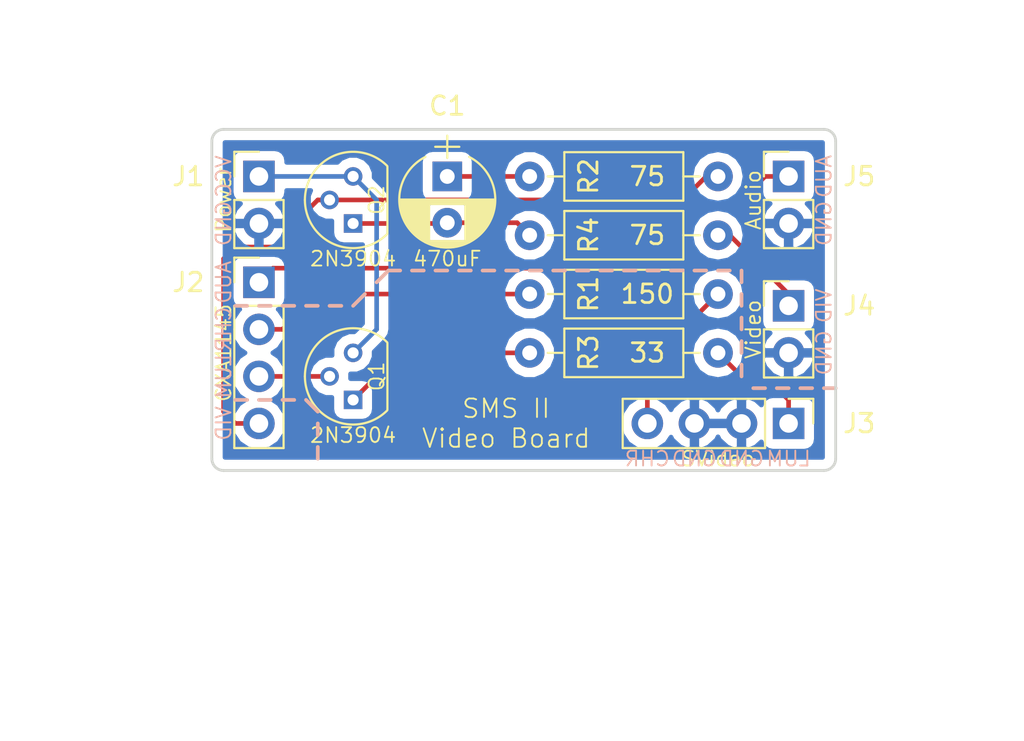
<source format=kicad_pcb>
(kicad_pcb (version 4) (host pcbnew 4.0.7)

  (general
    (links 18)
    (no_connects 0)
    (area 119.38 93.98 174.625001 133.985001)
    (thickness 1.6)
    (drawings 60)
    (tracks 43)
    (zones 0)
    (modules 12)
    (nets 13)
  )

  (page A4)
  (layers
    (0 F.Cu signal)
    (31 B.Cu signal)
    (32 B.Adhes user)
    (33 F.Adhes user)
    (34 B.Paste user)
    (35 F.Paste user)
    (36 B.SilkS user)
    (37 F.SilkS user)
    (38 B.Mask user)
    (39 F.Mask user)
    (40 Dwgs.User user)
    (41 Cmts.User user)
    (42 Eco1.User user)
    (43 Eco2.User user)
    (44 Edge.Cuts user)
    (45 Margin user)
    (46 B.CrtYd user)
    (47 F.CrtYd user)
    (48 B.Fab user)
    (49 F.Fab user)
  )

  (setup
    (last_trace_width 0.25)
    (trace_clearance 0.2)
    (zone_clearance 0.508)
    (zone_45_only no)
    (trace_min 0.2)
    (segment_width 0.2)
    (edge_width 0.15)
    (via_size 0.6)
    (via_drill 0.4)
    (via_min_size 0.4)
    (via_min_drill 0.3)
    (uvia_size 0.3)
    (uvia_drill 0.1)
    (uvias_allowed no)
    (uvia_min_size 0.2)
    (uvia_min_drill 0.1)
    (pcb_text_width 0.3)
    (pcb_text_size 1.5 1.5)
    (mod_edge_width 0.15)
    (mod_text_size 1 1)
    (mod_text_width 0.15)
    (pad_size 1.524 1.524)
    (pad_drill 0.762)
    (pad_to_mask_clearance 0.2)
    (aux_axis_origin 0 0)
    (visible_elements FFFFFF7F)
    (pcbplotparams
      (layerselection 0x011fc_80000001)
      (usegerberextensions true)
      (excludeedgelayer true)
      (linewidth 0.100000)
      (plotframeref false)
      (viasonmask false)
      (mode 1)
      (useauxorigin false)
      (hpglpennumber 1)
      (hpglpenspeed 20)
      (hpglpendiameter 15)
      (hpglpenoverlay 2)
      (psnegative false)
      (psa4output false)
      (plotreference true)
      (plotvalue true)
      (plotinvisibletext false)
      (padsonsilk false)
      (subtractmaskfromsilk false)
      (outputformat 1)
      (mirror false)
      (drillshape 0)
      (scaleselection 1)
      (outputdirectory export))
  )

  (net 0 "")
  (net 1 "Net-(C1-Pad1)")
  (net 2 "Net-(C1-Pad2)")
  (net 3 VCC)
  (net 4 GND)
  (net 5 "Net-(J3-Pad1)")
  (net 6 "Net-(J3-Pad4)")
  (net 7 "Net-(J4-Pad1)")
  (net 8 AUDIO)
  (net 9 LUMA)
  (net 10 "Net-(Q1-Pad1)")
  (net 11 VIDEO)
  (net 12 CHROMA)

  (net_class Default "This is the default net class."
    (clearance 0.2)
    (trace_width 0.25)
    (via_dia 0.6)
    (via_drill 0.4)
    (uvia_dia 0.3)
    (uvia_drill 0.1)
    (add_net AUDIO)
    (add_net CHROMA)
    (add_net GND)
    (add_net LUMA)
    (add_net "Net-(C1-Pad1)")
    (add_net "Net-(C1-Pad2)")
    (add_net "Net-(J3-Pad1)")
    (add_net "Net-(J3-Pad4)")
    (add_net "Net-(J4-Pad1)")
    (add_net "Net-(Q1-Pad1)")
    (add_net VCC)
    (add_net VIDEO)
  )

  (module Capacitors_THT:CP_Radial_D5.0mm_P2.50mm (layer F.Cu) (tedit 5CF1350C) (tstamp 5CF12C18)
    (at 143.51 103.505 270)
    (descr "CP, Radial series, Radial, pin pitch=2.50mm, , diameter=5mm, Electrolytic Capacitor")
    (tags "CP Radial series Radial pin pitch 2.50mm  diameter 5mm Electrolytic Capacitor")
    (path /5CC6E858)
    (fp_text reference C1 (at -3.81 0 360) (layer F.SilkS)
      (effects (font (size 1 1) (thickness 0.15)))
    )
    (fp_text value 470uF (at 4.445 0 360) (layer F.SilkS)
      (effects (font (size 0.8 0.8) (thickness 0.1)))
    )
    (fp_arc (start 1.25 0) (end -1.05558 -1.18) (angle 125.8) (layer F.SilkS) (width 0.12))
    (fp_arc (start 1.25 0) (end -1.05558 1.18) (angle -125.8) (layer F.SilkS) (width 0.12))
    (fp_arc (start 1.25 0) (end 3.55558 -1.18) (angle 54.2) (layer F.SilkS) (width 0.12))
    (fp_circle (center 1.25 0) (end 3.75 0) (layer F.Fab) (width 0.1))
    (fp_line (start -2.2 0) (end -1 0) (layer F.Fab) (width 0.1))
    (fp_line (start -1.6 -0.65) (end -1.6 0.65) (layer F.Fab) (width 0.1))
    (fp_line (start 1.25 -2.55) (end 1.25 2.55) (layer F.SilkS) (width 0.12))
    (fp_line (start 1.29 -2.55) (end 1.29 2.55) (layer F.SilkS) (width 0.12))
    (fp_line (start 1.33 -2.549) (end 1.33 2.549) (layer F.SilkS) (width 0.12))
    (fp_line (start 1.37 -2.548) (end 1.37 2.548) (layer F.SilkS) (width 0.12))
    (fp_line (start 1.41 -2.546) (end 1.41 2.546) (layer F.SilkS) (width 0.12))
    (fp_line (start 1.45 -2.543) (end 1.45 2.543) (layer F.SilkS) (width 0.12))
    (fp_line (start 1.49 -2.539) (end 1.49 2.539) (layer F.SilkS) (width 0.12))
    (fp_line (start 1.53 -2.535) (end 1.53 -0.98) (layer F.SilkS) (width 0.12))
    (fp_line (start 1.53 0.98) (end 1.53 2.535) (layer F.SilkS) (width 0.12))
    (fp_line (start 1.57 -2.531) (end 1.57 -0.98) (layer F.SilkS) (width 0.12))
    (fp_line (start 1.57 0.98) (end 1.57 2.531) (layer F.SilkS) (width 0.12))
    (fp_line (start 1.61 -2.525) (end 1.61 -0.98) (layer F.SilkS) (width 0.12))
    (fp_line (start 1.61 0.98) (end 1.61 2.525) (layer F.SilkS) (width 0.12))
    (fp_line (start 1.65 -2.519) (end 1.65 -0.98) (layer F.SilkS) (width 0.12))
    (fp_line (start 1.65 0.98) (end 1.65 2.519) (layer F.SilkS) (width 0.12))
    (fp_line (start 1.69 -2.513) (end 1.69 -0.98) (layer F.SilkS) (width 0.12))
    (fp_line (start 1.69 0.98) (end 1.69 2.513) (layer F.SilkS) (width 0.12))
    (fp_line (start 1.73 -2.506) (end 1.73 -0.98) (layer F.SilkS) (width 0.12))
    (fp_line (start 1.73 0.98) (end 1.73 2.506) (layer F.SilkS) (width 0.12))
    (fp_line (start 1.77 -2.498) (end 1.77 -0.98) (layer F.SilkS) (width 0.12))
    (fp_line (start 1.77 0.98) (end 1.77 2.498) (layer F.SilkS) (width 0.12))
    (fp_line (start 1.81 -2.489) (end 1.81 -0.98) (layer F.SilkS) (width 0.12))
    (fp_line (start 1.81 0.98) (end 1.81 2.489) (layer F.SilkS) (width 0.12))
    (fp_line (start 1.85 -2.48) (end 1.85 -0.98) (layer F.SilkS) (width 0.12))
    (fp_line (start 1.85 0.98) (end 1.85 2.48) (layer F.SilkS) (width 0.12))
    (fp_line (start 1.89 -2.47) (end 1.89 -0.98) (layer F.SilkS) (width 0.12))
    (fp_line (start 1.89 0.98) (end 1.89 2.47) (layer F.SilkS) (width 0.12))
    (fp_line (start 1.93 -2.46) (end 1.93 -0.98) (layer F.SilkS) (width 0.12))
    (fp_line (start 1.93 0.98) (end 1.93 2.46) (layer F.SilkS) (width 0.12))
    (fp_line (start 1.971 -2.448) (end 1.971 -0.98) (layer F.SilkS) (width 0.12))
    (fp_line (start 1.971 0.98) (end 1.971 2.448) (layer F.SilkS) (width 0.12))
    (fp_line (start 2.011 -2.436) (end 2.011 -0.98) (layer F.SilkS) (width 0.12))
    (fp_line (start 2.011 0.98) (end 2.011 2.436) (layer F.SilkS) (width 0.12))
    (fp_line (start 2.051 -2.424) (end 2.051 -0.98) (layer F.SilkS) (width 0.12))
    (fp_line (start 2.051 0.98) (end 2.051 2.424) (layer F.SilkS) (width 0.12))
    (fp_line (start 2.091 -2.41) (end 2.091 -0.98) (layer F.SilkS) (width 0.12))
    (fp_line (start 2.091 0.98) (end 2.091 2.41) (layer F.SilkS) (width 0.12))
    (fp_line (start 2.131 -2.396) (end 2.131 -0.98) (layer F.SilkS) (width 0.12))
    (fp_line (start 2.131 0.98) (end 2.131 2.396) (layer F.SilkS) (width 0.12))
    (fp_line (start 2.171 -2.382) (end 2.171 -0.98) (layer F.SilkS) (width 0.12))
    (fp_line (start 2.171 0.98) (end 2.171 2.382) (layer F.SilkS) (width 0.12))
    (fp_line (start 2.211 -2.366) (end 2.211 -0.98) (layer F.SilkS) (width 0.12))
    (fp_line (start 2.211 0.98) (end 2.211 2.366) (layer F.SilkS) (width 0.12))
    (fp_line (start 2.251 -2.35) (end 2.251 -0.98) (layer F.SilkS) (width 0.12))
    (fp_line (start 2.251 0.98) (end 2.251 2.35) (layer F.SilkS) (width 0.12))
    (fp_line (start 2.291 -2.333) (end 2.291 -0.98) (layer F.SilkS) (width 0.12))
    (fp_line (start 2.291 0.98) (end 2.291 2.333) (layer F.SilkS) (width 0.12))
    (fp_line (start 2.331 -2.315) (end 2.331 -0.98) (layer F.SilkS) (width 0.12))
    (fp_line (start 2.331 0.98) (end 2.331 2.315) (layer F.SilkS) (width 0.12))
    (fp_line (start 2.371 -2.296) (end 2.371 -0.98) (layer F.SilkS) (width 0.12))
    (fp_line (start 2.371 0.98) (end 2.371 2.296) (layer F.SilkS) (width 0.12))
    (fp_line (start 2.411 -2.276) (end 2.411 -0.98) (layer F.SilkS) (width 0.12))
    (fp_line (start 2.411 0.98) (end 2.411 2.276) (layer F.SilkS) (width 0.12))
    (fp_line (start 2.451 -2.256) (end 2.451 -0.98) (layer F.SilkS) (width 0.12))
    (fp_line (start 2.451 0.98) (end 2.451 2.256) (layer F.SilkS) (width 0.12))
    (fp_line (start 2.491 -2.234) (end 2.491 -0.98) (layer F.SilkS) (width 0.12))
    (fp_line (start 2.491 0.98) (end 2.491 2.234) (layer F.SilkS) (width 0.12))
    (fp_line (start 2.531 -2.212) (end 2.531 -0.98) (layer F.SilkS) (width 0.12))
    (fp_line (start 2.531 0.98) (end 2.531 2.212) (layer F.SilkS) (width 0.12))
    (fp_line (start 2.571 -2.189) (end 2.571 -0.98) (layer F.SilkS) (width 0.12))
    (fp_line (start 2.571 0.98) (end 2.571 2.189) (layer F.SilkS) (width 0.12))
    (fp_line (start 2.611 -2.165) (end 2.611 -0.98) (layer F.SilkS) (width 0.12))
    (fp_line (start 2.611 0.98) (end 2.611 2.165) (layer F.SilkS) (width 0.12))
    (fp_line (start 2.651 -2.14) (end 2.651 -0.98) (layer F.SilkS) (width 0.12))
    (fp_line (start 2.651 0.98) (end 2.651 2.14) (layer F.SilkS) (width 0.12))
    (fp_line (start 2.691 -2.113) (end 2.691 -0.98) (layer F.SilkS) (width 0.12))
    (fp_line (start 2.691 0.98) (end 2.691 2.113) (layer F.SilkS) (width 0.12))
    (fp_line (start 2.731 -2.086) (end 2.731 -0.98) (layer F.SilkS) (width 0.12))
    (fp_line (start 2.731 0.98) (end 2.731 2.086) (layer F.SilkS) (width 0.12))
    (fp_line (start 2.771 -2.058) (end 2.771 -0.98) (layer F.SilkS) (width 0.12))
    (fp_line (start 2.771 0.98) (end 2.771 2.058) (layer F.SilkS) (width 0.12))
    (fp_line (start 2.811 -2.028) (end 2.811 -0.98) (layer F.SilkS) (width 0.12))
    (fp_line (start 2.811 0.98) (end 2.811 2.028) (layer F.SilkS) (width 0.12))
    (fp_line (start 2.851 -1.997) (end 2.851 -0.98) (layer F.SilkS) (width 0.12))
    (fp_line (start 2.851 0.98) (end 2.851 1.997) (layer F.SilkS) (width 0.12))
    (fp_line (start 2.891 -1.965) (end 2.891 -0.98) (layer F.SilkS) (width 0.12))
    (fp_line (start 2.891 0.98) (end 2.891 1.965) (layer F.SilkS) (width 0.12))
    (fp_line (start 2.931 -1.932) (end 2.931 -0.98) (layer F.SilkS) (width 0.12))
    (fp_line (start 2.931 0.98) (end 2.931 1.932) (layer F.SilkS) (width 0.12))
    (fp_line (start 2.971 -1.897) (end 2.971 -0.98) (layer F.SilkS) (width 0.12))
    (fp_line (start 2.971 0.98) (end 2.971 1.897) (layer F.SilkS) (width 0.12))
    (fp_line (start 3.011 -1.861) (end 3.011 -0.98) (layer F.SilkS) (width 0.12))
    (fp_line (start 3.011 0.98) (end 3.011 1.861) (layer F.SilkS) (width 0.12))
    (fp_line (start 3.051 -1.823) (end 3.051 -0.98) (layer F.SilkS) (width 0.12))
    (fp_line (start 3.051 0.98) (end 3.051 1.823) (layer F.SilkS) (width 0.12))
    (fp_line (start 3.091 -1.783) (end 3.091 -0.98) (layer F.SilkS) (width 0.12))
    (fp_line (start 3.091 0.98) (end 3.091 1.783) (layer F.SilkS) (width 0.12))
    (fp_line (start 3.131 -1.742) (end 3.131 -0.98) (layer F.SilkS) (width 0.12))
    (fp_line (start 3.131 0.98) (end 3.131 1.742) (layer F.SilkS) (width 0.12))
    (fp_line (start 3.171 -1.699) (end 3.171 -0.98) (layer F.SilkS) (width 0.12))
    (fp_line (start 3.171 0.98) (end 3.171 1.699) (layer F.SilkS) (width 0.12))
    (fp_line (start 3.211 -1.654) (end 3.211 -0.98) (layer F.SilkS) (width 0.12))
    (fp_line (start 3.211 0.98) (end 3.211 1.654) (layer F.SilkS) (width 0.12))
    (fp_line (start 3.251 -1.606) (end 3.251 -0.98) (layer F.SilkS) (width 0.12))
    (fp_line (start 3.251 0.98) (end 3.251 1.606) (layer F.SilkS) (width 0.12))
    (fp_line (start 3.291 -1.556) (end 3.291 -0.98) (layer F.SilkS) (width 0.12))
    (fp_line (start 3.291 0.98) (end 3.291 1.556) (layer F.SilkS) (width 0.12))
    (fp_line (start 3.331 -1.504) (end 3.331 -0.98) (layer F.SilkS) (width 0.12))
    (fp_line (start 3.331 0.98) (end 3.331 1.504) (layer F.SilkS) (width 0.12))
    (fp_line (start 3.371 -1.448) (end 3.371 -0.98) (layer F.SilkS) (width 0.12))
    (fp_line (start 3.371 0.98) (end 3.371 1.448) (layer F.SilkS) (width 0.12))
    (fp_line (start 3.411 -1.39) (end 3.411 -0.98) (layer F.SilkS) (width 0.12))
    (fp_line (start 3.411 0.98) (end 3.411 1.39) (layer F.SilkS) (width 0.12))
    (fp_line (start 3.451 -1.327) (end 3.451 -0.98) (layer F.SilkS) (width 0.12))
    (fp_line (start 3.451 0.98) (end 3.451 1.327) (layer F.SilkS) (width 0.12))
    (fp_line (start 3.491 -1.261) (end 3.491 1.261) (layer F.SilkS) (width 0.12))
    (fp_line (start 3.531 -1.189) (end 3.531 1.189) (layer F.SilkS) (width 0.12))
    (fp_line (start 3.571 -1.112) (end 3.571 1.112) (layer F.SilkS) (width 0.12))
    (fp_line (start 3.611 -1.028) (end 3.611 1.028) (layer F.SilkS) (width 0.12))
    (fp_line (start 3.651 -0.934) (end 3.651 0.934) (layer F.SilkS) (width 0.12))
    (fp_line (start 3.691 -0.829) (end 3.691 0.829) (layer F.SilkS) (width 0.12))
    (fp_line (start 3.731 -0.707) (end 3.731 0.707) (layer F.SilkS) (width 0.12))
    (fp_line (start 3.771 -0.559) (end 3.771 0.559) (layer F.SilkS) (width 0.12))
    (fp_line (start 3.811 -0.354) (end 3.811 0.354) (layer F.SilkS) (width 0.12))
    (fp_line (start -2.2 0) (end -1 0) (layer F.SilkS) (width 0.12))
    (fp_line (start -1.6 -0.65) (end -1.6 0.65) (layer F.SilkS) (width 0.12))
    (fp_line (start -1.6 -2.85) (end -1.6 2.85) (layer F.CrtYd) (width 0.05))
    (fp_line (start -1.6 2.85) (end 4.1 2.85) (layer F.CrtYd) (width 0.05))
    (fp_line (start 4.1 2.85) (end 4.1 -2.85) (layer F.CrtYd) (width 0.05))
    (fp_line (start 4.1 -2.85) (end -1.6 -2.85) (layer F.CrtYd) (width 0.05))
    (fp_text user %R (at -3.81 0 360) (layer F.Fab)
      (effects (font (size 1 1) (thickness 0.15)))
    )
    (pad 1 thru_hole rect (at 0 0 270) (size 1.6 1.6) (drill 0.8) (layers *.Cu *.Mask)
      (net 1 "Net-(C1-Pad1)"))
    (pad 2 thru_hole circle (at 2.5 0 270) (size 1.6 1.6) (drill 0.8) (layers *.Cu *.Mask)
      (net 2 "Net-(C1-Pad2)"))
    (model ${KISYS3DMOD}/Capacitors_THT.3dshapes/CP_Radial_D5.0mm_P2.50mm.wrl
      (at (xyz 0 0 0))
      (scale (xyz 1 1 1))
      (rotate (xyz 0 0 0))
    )
  )

  (module Pin_Headers:Pin_Header_Straight_1x02_Pitch2.54mm (layer F.Cu) (tedit 5CF137EF) (tstamp 5CF12C1E)
    (at 133.35 103.505)
    (descr "Through hole straight pin header, 1x02, 2.54mm pitch, single row")
    (tags "Through hole pin header THT 1x02 2.54mm single row")
    (path /5CC6DBAD)
    (fp_text reference J1 (at -3.81 0) (layer F.SilkS)
      (effects (font (size 1 1) (thickness 0.15)))
    )
    (fp_text value Power (at -1.905 1.27 90) (layer F.SilkS)
      (effects (font (size 0.8 0.8) (thickness 0.1)))
    )
    (fp_line (start -0.635 -1.27) (end 1.27 -1.27) (layer F.Fab) (width 0.1))
    (fp_line (start 1.27 -1.27) (end 1.27 3.81) (layer F.Fab) (width 0.1))
    (fp_line (start 1.27 3.81) (end -1.27 3.81) (layer F.Fab) (width 0.1))
    (fp_line (start -1.27 3.81) (end -1.27 -0.635) (layer F.Fab) (width 0.1))
    (fp_line (start -1.27 -0.635) (end -0.635 -1.27) (layer F.Fab) (width 0.1))
    (fp_line (start -1.33 3.87) (end 1.33 3.87) (layer F.SilkS) (width 0.12))
    (fp_line (start -1.33 1.27) (end -1.33 3.87) (layer F.SilkS) (width 0.12))
    (fp_line (start 1.33 1.27) (end 1.33 3.87) (layer F.SilkS) (width 0.12))
    (fp_line (start -1.33 1.27) (end 1.33 1.27) (layer F.SilkS) (width 0.12))
    (fp_line (start -1.33 0) (end -1.33 -1.33) (layer F.SilkS) (width 0.12))
    (fp_line (start -1.33 -1.33) (end 0 -1.33) (layer F.SilkS) (width 0.12))
    (fp_line (start -1.8 -1.8) (end -1.8 4.35) (layer F.CrtYd) (width 0.05))
    (fp_line (start -1.8 4.35) (end 1.8 4.35) (layer F.CrtYd) (width 0.05))
    (fp_line (start 1.8 4.35) (end 1.8 -1.8) (layer F.CrtYd) (width 0.05))
    (fp_line (start 1.8 -1.8) (end -1.8 -1.8) (layer F.CrtYd) (width 0.05))
    (fp_text user %R (at -3.81 0 180) (layer F.Fab)
      (effects (font (size 1 1) (thickness 0.15)))
    )
    (pad 1 thru_hole rect (at 0 0) (size 1.7 1.7) (drill 1) (layers *.Cu *.Mask)
      (net 3 VCC))
    (pad 2 thru_hole oval (at 0 2.54) (size 1.7 1.7) (drill 1) (layers *.Cu *.Mask)
      (net 4 GND))
    (model ${KISYS3DMOD}/Pin_Headers.3dshapes/Pin_Header_Straight_1x02_Pitch2.54mm.wrl
      (at (xyz 0 0 0))
      (scale (xyz 1 1 1))
      (rotate (xyz 0 0 0))
    )
  )

  (module Pin_Headers:Pin_Header_Straight_1x04_Pitch2.54mm (layer F.Cu) (tedit 5CF13814) (tstamp 5CF12C26)
    (at 133.35 109.22)
    (descr "Through hole straight pin header, 1x04, 2.54mm pitch, single row")
    (tags "Through hole pin header THT 1x04 2.54mm single row")
    (path /5CC6DAC7)
    (fp_text reference J2 (at -3.81 0) (layer F.SilkS)
      (effects (font (size 1 1) (thickness 0.15)))
    )
    (fp_text value CXA1145 (at -1.905 3.81 90) (layer F.SilkS)
      (effects (font (size 0.8 0.8) (thickness 0.1)))
    )
    (fp_line (start -0.635 -1.27) (end 1.27 -1.27) (layer F.Fab) (width 0.1))
    (fp_line (start 1.27 -1.27) (end 1.27 8.89) (layer F.Fab) (width 0.1))
    (fp_line (start 1.27 8.89) (end -1.27 8.89) (layer F.Fab) (width 0.1))
    (fp_line (start -1.27 8.89) (end -1.27 -0.635) (layer F.Fab) (width 0.1))
    (fp_line (start -1.27 -0.635) (end -0.635 -1.27) (layer F.Fab) (width 0.1))
    (fp_line (start -1.33 8.95) (end 1.33 8.95) (layer F.SilkS) (width 0.12))
    (fp_line (start -1.33 1.27) (end -1.33 8.95) (layer F.SilkS) (width 0.12))
    (fp_line (start 1.33 1.27) (end 1.33 8.95) (layer F.SilkS) (width 0.12))
    (fp_line (start -1.33 1.27) (end 1.33 1.27) (layer F.SilkS) (width 0.12))
    (fp_line (start -1.33 0) (end -1.33 -1.33) (layer F.SilkS) (width 0.12))
    (fp_line (start -1.33 -1.33) (end 0 -1.33) (layer F.SilkS) (width 0.12))
    (fp_line (start -1.8 -1.8) (end -1.8 9.4) (layer F.CrtYd) (width 0.05))
    (fp_line (start -1.8 9.4) (end 1.8 9.4) (layer F.CrtYd) (width 0.05))
    (fp_line (start 1.8 9.4) (end 1.8 -1.8) (layer F.CrtYd) (width 0.05))
    (fp_line (start 1.8 -1.8) (end -1.8 -1.8) (layer F.CrtYd) (width 0.05))
    (fp_text user %R (at -3.81 0 180) (layer F.Fab)
      (effects (font (size 1 1) (thickness 0.15)))
    )
    (pad 1 thru_hole rect (at 0 0) (size 1.7 1.7) (drill 1) (layers *.Cu *.Mask)
      (net 8 AUDIO))
    (pad 2 thru_hole oval (at 0 2.54) (size 1.7 1.7) (drill 1) (layers *.Cu *.Mask)
      (net 12 CHROMA))
    (pad 3 thru_hole oval (at 0 5.08) (size 1.7 1.7) (drill 1) (layers *.Cu *.Mask)
      (net 9 LUMA))
    (pad 4 thru_hole oval (at 0 7.62) (size 1.7 1.7) (drill 1) (layers *.Cu *.Mask)
      (net 11 VIDEO))
    (model ${KISYS3DMOD}/Pin_Headers.3dshapes/Pin_Header_Straight_1x04_Pitch2.54mm.wrl
      (at (xyz 0 0 0))
      (scale (xyz 1 1 1))
      (rotate (xyz 0 0 0))
    )
  )

  (module Pin_Headers:Pin_Header_Straight_1x04_Pitch2.54mm (layer F.Cu) (tedit 5CF13831) (tstamp 5CF12C2E)
    (at 161.925 116.84 270)
    (descr "Through hole straight pin header, 1x04, 2.54mm pitch, single row")
    (tags "Through hole pin header THT 1x04 2.54mm single row")
    (path /5CC70284)
    (fp_text reference J3 (at 0 -3.81 360) (layer F.SilkS)
      (effects (font (size 1 1) (thickness 0.15)))
    )
    (fp_text value SVideo (at 1.905 3.81 360) (layer F.SilkS)
      (effects (font (size 0.8 0.8) (thickness 0.1)))
    )
    (fp_line (start -0.635 -1.27) (end 1.27 -1.27) (layer F.Fab) (width 0.1))
    (fp_line (start 1.27 -1.27) (end 1.27 8.89) (layer F.Fab) (width 0.1))
    (fp_line (start 1.27 8.89) (end -1.27 8.89) (layer F.Fab) (width 0.1))
    (fp_line (start -1.27 8.89) (end -1.27 -0.635) (layer F.Fab) (width 0.1))
    (fp_line (start -1.27 -0.635) (end -0.635 -1.27) (layer F.Fab) (width 0.1))
    (fp_line (start -1.33 8.95) (end 1.33 8.95) (layer F.SilkS) (width 0.12))
    (fp_line (start -1.33 1.27) (end -1.33 8.95) (layer F.SilkS) (width 0.12))
    (fp_line (start 1.33 1.27) (end 1.33 8.95) (layer F.SilkS) (width 0.12))
    (fp_line (start -1.33 1.27) (end 1.33 1.27) (layer F.SilkS) (width 0.12))
    (fp_line (start -1.33 0) (end -1.33 -1.33) (layer F.SilkS) (width 0.12))
    (fp_line (start -1.33 -1.33) (end 0 -1.33) (layer F.SilkS) (width 0.12))
    (fp_line (start -1.8 -1.8) (end -1.8 9.4) (layer F.CrtYd) (width 0.05))
    (fp_line (start -1.8 9.4) (end 1.8 9.4) (layer F.CrtYd) (width 0.05))
    (fp_line (start 1.8 9.4) (end 1.8 -1.8) (layer F.CrtYd) (width 0.05))
    (fp_line (start 1.8 -1.8) (end -1.8 -1.8) (layer F.CrtYd) (width 0.05))
    (fp_text user %R (at 0 3.81 360) (layer F.Fab)
      (effects (font (size 1 1) (thickness 0.15)))
    )
    (pad 1 thru_hole rect (at 0 0 270) (size 1.7 1.7) (drill 1) (layers *.Cu *.Mask)
      (net 5 "Net-(J3-Pad1)"))
    (pad 2 thru_hole oval (at 0 2.54 270) (size 1.7 1.7) (drill 1) (layers *.Cu *.Mask)
      (net 4 GND))
    (pad 3 thru_hole oval (at 0 5.08 270) (size 1.7 1.7) (drill 1) (layers *.Cu *.Mask)
      (net 4 GND))
    (pad 4 thru_hole oval (at 0 7.62 270) (size 1.7 1.7) (drill 1) (layers *.Cu *.Mask)
      (net 6 "Net-(J3-Pad4)"))
    (model ${KISYS3DMOD}/Pin_Headers.3dshapes/Pin_Header_Straight_1x04_Pitch2.54mm.wrl
      (at (xyz 0 0 0))
      (scale (xyz 1 1 1))
      (rotate (xyz 0 0 0))
    )
  )

  (module Pin_Headers:Pin_Header_Straight_1x02_Pitch2.54mm (layer F.Cu) (tedit 5CF137FE) (tstamp 5CF12C34)
    (at 161.925 110.49)
    (descr "Through hole straight pin header, 1x02, 2.54mm pitch, single row")
    (tags "Through hole pin header THT 1x02 2.54mm single row")
    (path /5CC6EC10)
    (fp_text reference J4 (at 3.81 0) (layer F.SilkS)
      (effects (font (size 1 1) (thickness 0.15)))
    )
    (fp_text value Video (at -1.905 1.27 90) (layer F.SilkS)
      (effects (font (size 0.8 0.8) (thickness 0.1)))
    )
    (fp_line (start -0.635 -1.27) (end 1.27 -1.27) (layer F.Fab) (width 0.1))
    (fp_line (start 1.27 -1.27) (end 1.27 3.81) (layer F.Fab) (width 0.1))
    (fp_line (start 1.27 3.81) (end -1.27 3.81) (layer F.Fab) (width 0.1))
    (fp_line (start -1.27 3.81) (end -1.27 -0.635) (layer F.Fab) (width 0.1))
    (fp_line (start -1.27 -0.635) (end -0.635 -1.27) (layer F.Fab) (width 0.1))
    (fp_line (start -1.33 3.87) (end 1.33 3.87) (layer F.SilkS) (width 0.12))
    (fp_line (start -1.33 1.27) (end -1.33 3.87) (layer F.SilkS) (width 0.12))
    (fp_line (start 1.33 1.27) (end 1.33 3.87) (layer F.SilkS) (width 0.12))
    (fp_line (start -1.33 1.27) (end 1.33 1.27) (layer F.SilkS) (width 0.12))
    (fp_line (start -1.33 0) (end -1.33 -1.33) (layer F.SilkS) (width 0.12))
    (fp_line (start -1.33 -1.33) (end 0 -1.33) (layer F.SilkS) (width 0.12))
    (fp_line (start -1.8 -1.8) (end -1.8 4.35) (layer F.CrtYd) (width 0.05))
    (fp_line (start -1.8 4.35) (end 1.8 4.35) (layer F.CrtYd) (width 0.05))
    (fp_line (start 1.8 4.35) (end 1.8 -1.8) (layer F.CrtYd) (width 0.05))
    (fp_line (start 1.8 -1.8) (end -1.8 -1.8) (layer F.CrtYd) (width 0.05))
    (fp_text user %R (at 0 1.27 90) (layer F.Fab)
      (effects (font (size 1 1) (thickness 0.15)))
    )
    (pad 1 thru_hole rect (at 0 0) (size 1.7 1.7) (drill 1) (layers *.Cu *.Mask)
      (net 7 "Net-(J4-Pad1)"))
    (pad 2 thru_hole oval (at 0 2.54) (size 1.7 1.7) (drill 1) (layers *.Cu *.Mask)
      (net 4 GND))
    (model ${KISYS3DMOD}/Pin_Headers.3dshapes/Pin_Header_Straight_1x02_Pitch2.54mm.wrl
      (at (xyz 0 0 0))
      (scale (xyz 1 1 1))
      (rotate (xyz 0 0 0))
    )
  )

  (module Pin_Headers:Pin_Header_Straight_1x02_Pitch2.54mm (layer F.Cu) (tedit 5CF1383B) (tstamp 5CF12C3A)
    (at 161.925 103.505)
    (descr "Through hole straight pin header, 1x02, 2.54mm pitch, single row")
    (tags "Through hole pin header THT 1x02 2.54mm single row")
    (path /5CC6E162)
    (fp_text reference J5 (at 3.81 0) (layer F.SilkS)
      (effects (font (size 1 1) (thickness 0.15)))
    )
    (fp_text value Audio (at -1.905 1.27 90) (layer F.SilkS)
      (effects (font (size 0.8 0.8) (thickness 0.1)))
    )
    (fp_line (start -0.635 -1.27) (end 1.27 -1.27) (layer F.Fab) (width 0.1))
    (fp_line (start 1.27 -1.27) (end 1.27 3.81) (layer F.Fab) (width 0.1))
    (fp_line (start 1.27 3.81) (end -1.27 3.81) (layer F.Fab) (width 0.1))
    (fp_line (start -1.27 3.81) (end -1.27 -0.635) (layer F.Fab) (width 0.1))
    (fp_line (start -1.27 -0.635) (end -0.635 -1.27) (layer F.Fab) (width 0.1))
    (fp_line (start -1.33 3.87) (end 1.33 3.87) (layer F.SilkS) (width 0.12))
    (fp_line (start -1.33 1.27) (end -1.33 3.87) (layer F.SilkS) (width 0.12))
    (fp_line (start 1.33 1.27) (end 1.33 3.87) (layer F.SilkS) (width 0.12))
    (fp_line (start -1.33 1.27) (end 1.33 1.27) (layer F.SilkS) (width 0.12))
    (fp_line (start -1.33 0) (end -1.33 -1.33) (layer F.SilkS) (width 0.12))
    (fp_line (start -1.33 -1.33) (end 0 -1.33) (layer F.SilkS) (width 0.12))
    (fp_line (start -1.8 -1.8) (end -1.8 4.35) (layer F.CrtYd) (width 0.05))
    (fp_line (start -1.8 4.35) (end 1.8 4.35) (layer F.CrtYd) (width 0.05))
    (fp_line (start 1.8 4.35) (end 1.8 -1.8) (layer F.CrtYd) (width 0.05))
    (fp_line (start 1.8 -1.8) (end -1.8 -1.8) (layer F.CrtYd) (width 0.05))
    (fp_text user %R (at 0 1.27 90) (layer F.Fab)
      (effects (font (size 1 1) (thickness 0.15)))
    )
    (pad 1 thru_hole rect (at 0 0) (size 1.7 1.7) (drill 1) (layers *.Cu *.Mask)
      (net 8 AUDIO))
    (pad 2 thru_hole oval (at 0 2.54) (size 1.7 1.7) (drill 1) (layers *.Cu *.Mask)
      (net 4 GND))
    (model ${KISYS3DMOD}/Pin_Headers.3dshapes/Pin_Header_Straight_1x02_Pitch2.54mm.wrl
      (at (xyz 0 0 0))
      (scale (xyz 1 1 1))
      (rotate (xyz 0 0 0))
    )
  )

  (module TO_SOT_Packages_THT:TO-92_Molded_Narrow (layer F.Cu) (tedit 5CF134FE) (tstamp 5CF12C41)
    (at 138.43 115.57 90)
    (descr "TO-92 leads molded, narrow, drill 0.6mm (see NXP sot054_po.pdf)")
    (tags "to-92 sc-43 sc-43a sot54 PA33 transistor")
    (path /5CC6FDD6)
    (fp_text reference Q1 (at 1.27 1.27 270) (layer F.SilkS)
      (effects (font (size 0.8 0.8) (thickness 0.1)))
    )
    (fp_text value 2N3904 (at -1.905 0 180) (layer F.SilkS)
      (effects (font (size 0.8 0.8) (thickness 0.1)))
    )
    (fp_text user %R (at -4.445 0 180) (layer F.Fab)
      (effects (font (size 1 1) (thickness 0.15)))
    )
    (fp_line (start -0.53 1.85) (end 3.07 1.85) (layer F.SilkS) (width 0.12))
    (fp_line (start -0.5 1.75) (end 3 1.75) (layer F.Fab) (width 0.1))
    (fp_line (start -1.46 -2.73) (end 4 -2.73) (layer F.CrtYd) (width 0.05))
    (fp_line (start -1.46 -2.73) (end -1.46 2.01) (layer F.CrtYd) (width 0.05))
    (fp_line (start 4 2.01) (end 4 -2.73) (layer F.CrtYd) (width 0.05))
    (fp_line (start 4 2.01) (end -1.46 2.01) (layer F.CrtYd) (width 0.05))
    (fp_arc (start 1.27 0) (end 1.27 -2.48) (angle 135) (layer F.Fab) (width 0.1))
    (fp_arc (start 1.27 0) (end 1.27 -2.6) (angle -135) (layer F.SilkS) (width 0.12))
    (fp_arc (start 1.27 0) (end 1.27 -2.48) (angle -135) (layer F.Fab) (width 0.1))
    (fp_arc (start 1.27 0) (end 1.27 -2.6) (angle 135) (layer F.SilkS) (width 0.12))
    (pad 2 thru_hole circle (at 1.27 -1.27 180) (size 1 1) (drill 0.6) (layers *.Cu *.Mask)
      (net 9 LUMA))
    (pad 3 thru_hole circle (at 2.54 0 180) (size 1 1) (drill 0.6) (layers *.Cu *.Mask)
      (net 3 VCC))
    (pad 1 thru_hole rect (at 0 0 180) (size 1 1) (drill 0.6) (layers *.Cu *.Mask)
      (net 10 "Net-(Q1-Pad1)"))
    (model ${KISYS3DMOD}/TO_SOT_Packages_THT.3dshapes/TO-92_Molded_Narrow.wrl
      (at (xyz 0.05 0 0))
      (scale (xyz 1 1 1))
      (rotate (xyz 0 0 -90))
    )
  )

  (module TO_SOT_Packages_THT:TO-92_Molded_Narrow (layer F.Cu) (tedit 5CF13502) (tstamp 5CF12C48)
    (at 138.43 106.045 90)
    (descr "TO-92 leads molded, narrow, drill 0.6mm (see NXP sot054_po.pdf)")
    (tags "to-92 sc-43 sc-43a sot54 PA33 transistor")
    (path /5CC6E5DE)
    (fp_text reference Q2 (at 1.27 1.27 270) (layer F.SilkS)
      (effects (font (size 0.8 0.8) (thickness 0.1)))
    )
    (fp_text value 2N3904 (at -1.905 0 360) (layer F.SilkS)
      (effects (font (size 0.8 0.8) (thickness 0.1)))
    )
    (fp_text user %R (at 6.35 -0.635 180) (layer F.Fab)
      (effects (font (size 1 1) (thickness 0.15)))
    )
    (fp_line (start -0.53 1.85) (end 3.07 1.85) (layer F.SilkS) (width 0.12))
    (fp_line (start -0.5 1.75) (end 3 1.75) (layer F.Fab) (width 0.1))
    (fp_line (start -1.46 -2.73) (end 4 -2.73) (layer F.CrtYd) (width 0.05))
    (fp_line (start -1.46 -2.73) (end -1.46 2.01) (layer F.CrtYd) (width 0.05))
    (fp_line (start 4 2.01) (end 4 -2.73) (layer F.CrtYd) (width 0.05))
    (fp_line (start 4 2.01) (end -1.46 2.01) (layer F.CrtYd) (width 0.05))
    (fp_arc (start 1.27 0) (end 1.27 -2.48) (angle 135) (layer F.Fab) (width 0.1))
    (fp_arc (start 1.27 0) (end 1.27 -2.6) (angle -135) (layer F.SilkS) (width 0.12))
    (fp_arc (start 1.27 0) (end 1.27 -2.48) (angle -135) (layer F.Fab) (width 0.1))
    (fp_arc (start 1.27 0) (end 1.27 -2.6) (angle 135) (layer F.SilkS) (width 0.12))
    (pad 2 thru_hole circle (at 1.27 -1.27 180) (size 1 1) (drill 0.6) (layers *.Cu *.Mask)
      (net 11 VIDEO))
    (pad 3 thru_hole circle (at 2.54 0 180) (size 1 1) (drill 0.6) (layers *.Cu *.Mask)
      (net 3 VCC))
    (pad 1 thru_hole rect (at 0 0 180) (size 1 1) (drill 0.6) (layers *.Cu *.Mask)
      (net 2 "Net-(C1-Pad2)"))
    (model ${KISYS3DMOD}/TO_SOT_Packages_THT.3dshapes/TO-92_Molded_Narrow.wrl
      (at (xyz 0.05 0 0))
      (scale (xyz 1 1 1))
      (rotate (xyz 0 0 -90))
    )
  )

  (module Resistors_THT:R_Axial_DIN0207_L6.3mm_D2.5mm_P10.16mm_Horizontal (layer F.Cu) (tedit 5CF13359) (tstamp 5CF12C4E)
    (at 147.955 109.855)
    (descr "Resistor, Axial_DIN0207 series, Axial, Horizontal, pin pitch=10.16mm, 0.25W = 1/4W, length*diameter=6.3*2.5mm^2, http://cdn-reichelt.de/documents/datenblatt/B400/1_4W%23YAG.pdf")
    (tags "Resistor Axial_DIN0207 series Axial Horizontal pin pitch 10.16mm 0.25W = 1/4W length 6.3mm diameter 2.5mm")
    (path /5CC6FC39)
    (fp_text reference R1 (at 3.175 0 90) (layer F.SilkS)
      (effects (font (size 1 1) (thickness 0.15)))
    )
    (fp_text value 150 (at 6.35 0) (layer F.SilkS)
      (effects (font (size 1 1) (thickness 0.15)))
    )
    (fp_line (start 1.93 -1.25) (end 1.93 1.25) (layer F.Fab) (width 0.1))
    (fp_line (start 1.93 1.25) (end 8.23 1.25) (layer F.Fab) (width 0.1))
    (fp_line (start 8.23 1.25) (end 8.23 -1.25) (layer F.Fab) (width 0.1))
    (fp_line (start 8.23 -1.25) (end 1.93 -1.25) (layer F.Fab) (width 0.1))
    (fp_line (start 0 0) (end 1.93 0) (layer F.Fab) (width 0.1))
    (fp_line (start 10.16 0) (end 8.23 0) (layer F.Fab) (width 0.1))
    (fp_line (start 1.87 -1.31) (end 1.87 1.31) (layer F.SilkS) (width 0.12))
    (fp_line (start 1.87 1.31) (end 8.29 1.31) (layer F.SilkS) (width 0.12))
    (fp_line (start 8.29 1.31) (end 8.29 -1.31) (layer F.SilkS) (width 0.12))
    (fp_line (start 8.29 -1.31) (end 1.87 -1.31) (layer F.SilkS) (width 0.12))
    (fp_line (start 0.98 0) (end 1.87 0) (layer F.SilkS) (width 0.12))
    (fp_line (start 9.18 0) (end 8.29 0) (layer F.SilkS) (width 0.12))
    (fp_line (start -1.05 -1.6) (end -1.05 1.6) (layer F.CrtYd) (width 0.05))
    (fp_line (start -1.05 1.6) (end 11.25 1.6) (layer F.CrtYd) (width 0.05))
    (fp_line (start 11.25 1.6) (end 11.25 -1.6) (layer F.CrtYd) (width 0.05))
    (fp_line (start 11.25 -1.6) (end -1.05 -1.6) (layer F.CrtYd) (width 0.05))
    (pad 1 thru_hole circle (at 0 0) (size 1.6 1.6) (drill 0.8) (layers *.Cu *.Mask)
      (net 12 CHROMA))
    (pad 2 thru_hole oval (at 10.16 0) (size 1.6 1.6) (drill 0.8) (layers *.Cu *.Mask)
      (net 6 "Net-(J3-Pad4)"))
    (model ${KISYS3DMOD}/Resistors_THT.3dshapes/R_Axial_DIN0207_L6.3mm_D2.5mm_P10.16mm_Horizontal.wrl
      (at (xyz 0 0 0))
      (scale (xyz 0.393701 0.393701 0.393701))
      (rotate (xyz 0 0 0))
    )
  )

  (module Resistors_THT:R_Axial_DIN0207_L6.3mm_D2.5mm_P10.16mm_Horizontal (layer F.Cu) (tedit 5CF13351) (tstamp 5CF12C54)
    (at 147.955 103.505)
    (descr "Resistor, Axial_DIN0207 series, Axial, Horizontal, pin pitch=10.16mm, 0.25W = 1/4W, length*diameter=6.3*2.5mm^2, http://cdn-reichelt.de/documents/datenblatt/B400/1_4W%23YAG.pdf")
    (tags "Resistor Axial_DIN0207 series Axial Horizontal pin pitch 10.16mm 0.25W = 1/4W length 6.3mm diameter 2.5mm")
    (path /5CC6E783)
    (fp_text reference R2 (at 3.175 0 90) (layer F.SilkS)
      (effects (font (size 1 1) (thickness 0.15)))
    )
    (fp_text value 75 (at 6.35 0) (layer F.SilkS)
      (effects (font (size 1 1) (thickness 0.15)))
    )
    (fp_line (start 1.93 -1.25) (end 1.93 1.25) (layer F.Fab) (width 0.1))
    (fp_line (start 1.93 1.25) (end 8.23 1.25) (layer F.Fab) (width 0.1))
    (fp_line (start 8.23 1.25) (end 8.23 -1.25) (layer F.Fab) (width 0.1))
    (fp_line (start 8.23 -1.25) (end 1.93 -1.25) (layer F.Fab) (width 0.1))
    (fp_line (start 0 0) (end 1.93 0) (layer F.Fab) (width 0.1))
    (fp_line (start 10.16 0) (end 8.23 0) (layer F.Fab) (width 0.1))
    (fp_line (start 1.87 -1.31) (end 1.87 1.31) (layer F.SilkS) (width 0.12))
    (fp_line (start 1.87 1.31) (end 8.29 1.31) (layer F.SilkS) (width 0.12))
    (fp_line (start 8.29 1.31) (end 8.29 -1.31) (layer F.SilkS) (width 0.12))
    (fp_line (start 8.29 -1.31) (end 1.87 -1.31) (layer F.SilkS) (width 0.12))
    (fp_line (start 0.98 0) (end 1.87 0) (layer F.SilkS) (width 0.12))
    (fp_line (start 9.18 0) (end 8.29 0) (layer F.SilkS) (width 0.12))
    (fp_line (start -1.05 -1.6) (end -1.05 1.6) (layer F.CrtYd) (width 0.05))
    (fp_line (start -1.05 1.6) (end 11.25 1.6) (layer F.CrtYd) (width 0.05))
    (fp_line (start 11.25 1.6) (end 11.25 -1.6) (layer F.CrtYd) (width 0.05))
    (fp_line (start 11.25 -1.6) (end -1.05 -1.6) (layer F.CrtYd) (width 0.05))
    (pad 1 thru_hole circle (at 0 0) (size 1.6 1.6) (drill 0.8) (layers *.Cu *.Mask)
      (net 1 "Net-(C1-Pad1)"))
    (pad 2 thru_hole oval (at 10.16 0) (size 1.6 1.6) (drill 0.8) (layers *.Cu *.Mask)
      (net 11 VIDEO))
    (model ${KISYS3DMOD}/Resistors_THT.3dshapes/R_Axial_DIN0207_L6.3mm_D2.5mm_P10.16mm_Horizontal.wrl
      (at (xyz 0 0 0))
      (scale (xyz 0.393701 0.393701 0.393701))
      (rotate (xyz 0 0 0))
    )
  )

  (module Resistors_THT:R_Axial_DIN0207_L6.3mm_D2.5mm_P10.16mm_Horizontal (layer F.Cu) (tedit 5CF1335C) (tstamp 5CF12C5A)
    (at 147.955 113.03)
    (descr "Resistor, Axial_DIN0207 series, Axial, Horizontal, pin pitch=10.16mm, 0.25W = 1/4W, length*diameter=6.3*2.5mm^2, http://cdn-reichelt.de/documents/datenblatt/B400/1_4W%23YAG.pdf")
    (tags "Resistor Axial_DIN0207 series Axial Horizontal pin pitch 10.16mm 0.25W = 1/4W length 6.3mm diameter 2.5mm")
    (path /5CC7011D)
    (fp_text reference R3 (at 3.175 0 90) (layer F.SilkS)
      (effects (font (size 1 1) (thickness 0.15)))
    )
    (fp_text value 33 (at 6.35 0) (layer F.SilkS)
      (effects (font (size 1 1) (thickness 0.15)))
    )
    (fp_line (start 1.93 -1.25) (end 1.93 1.25) (layer F.Fab) (width 0.1))
    (fp_line (start 1.93 1.25) (end 8.23 1.25) (layer F.Fab) (width 0.1))
    (fp_line (start 8.23 1.25) (end 8.23 -1.25) (layer F.Fab) (width 0.1))
    (fp_line (start 8.23 -1.25) (end 1.93 -1.25) (layer F.Fab) (width 0.1))
    (fp_line (start 0 0) (end 1.93 0) (layer F.Fab) (width 0.1))
    (fp_line (start 10.16 0) (end 8.23 0) (layer F.Fab) (width 0.1))
    (fp_line (start 1.87 -1.31) (end 1.87 1.31) (layer F.SilkS) (width 0.12))
    (fp_line (start 1.87 1.31) (end 8.29 1.31) (layer F.SilkS) (width 0.12))
    (fp_line (start 8.29 1.31) (end 8.29 -1.31) (layer F.SilkS) (width 0.12))
    (fp_line (start 8.29 -1.31) (end 1.87 -1.31) (layer F.SilkS) (width 0.12))
    (fp_line (start 0.98 0) (end 1.87 0) (layer F.SilkS) (width 0.12))
    (fp_line (start 9.18 0) (end 8.29 0) (layer F.SilkS) (width 0.12))
    (fp_line (start -1.05 -1.6) (end -1.05 1.6) (layer F.CrtYd) (width 0.05))
    (fp_line (start -1.05 1.6) (end 11.25 1.6) (layer F.CrtYd) (width 0.05))
    (fp_line (start 11.25 1.6) (end 11.25 -1.6) (layer F.CrtYd) (width 0.05))
    (fp_line (start 11.25 -1.6) (end -1.05 -1.6) (layer F.CrtYd) (width 0.05))
    (pad 1 thru_hole circle (at 0 0) (size 1.6 1.6) (drill 0.8) (layers *.Cu *.Mask)
      (net 10 "Net-(Q1-Pad1)"))
    (pad 2 thru_hole oval (at 10.16 0) (size 1.6 1.6) (drill 0.8) (layers *.Cu *.Mask)
      (net 5 "Net-(J3-Pad1)"))
    (model ${KISYS3DMOD}/Resistors_THT.3dshapes/R_Axial_DIN0207_L6.3mm_D2.5mm_P10.16mm_Horizontal.wrl
      (at (xyz 0 0 0))
      (scale (xyz 0.393701 0.393701 0.393701))
      (rotate (xyz 0 0 0))
    )
  )

  (module Resistors_THT:R_Axial_DIN0207_L6.3mm_D2.5mm_P10.16mm_Horizontal (layer F.Cu) (tedit 5CF13355) (tstamp 5CF12C60)
    (at 147.955 106.68)
    (descr "Resistor, Axial_DIN0207 series, Axial, Horizontal, pin pitch=10.16mm, 0.25W = 1/4W, length*diameter=6.3*2.5mm^2, http://cdn-reichelt.de/documents/datenblatt/B400/1_4W%23YAG.pdf")
    (tags "Resistor Axial_DIN0207 series Axial Horizontal pin pitch 10.16mm 0.25W = 1/4W length 6.3mm diameter 2.5mm")
    (path /5CC6E964)
    (fp_text reference R4 (at 3.175 0 90) (layer F.SilkS)
      (effects (font (size 1 1) (thickness 0.15)))
    )
    (fp_text value 75 (at 6.35 0) (layer F.SilkS)
      (effects (font (size 1 1) (thickness 0.15)))
    )
    (fp_line (start 1.93 -1.25) (end 1.93 1.25) (layer F.Fab) (width 0.1))
    (fp_line (start 1.93 1.25) (end 8.23 1.25) (layer F.Fab) (width 0.1))
    (fp_line (start 8.23 1.25) (end 8.23 -1.25) (layer F.Fab) (width 0.1))
    (fp_line (start 8.23 -1.25) (end 1.93 -1.25) (layer F.Fab) (width 0.1))
    (fp_line (start 0 0) (end 1.93 0) (layer F.Fab) (width 0.1))
    (fp_line (start 10.16 0) (end 8.23 0) (layer F.Fab) (width 0.1))
    (fp_line (start 1.87 -1.31) (end 1.87 1.31) (layer F.SilkS) (width 0.12))
    (fp_line (start 1.87 1.31) (end 8.29 1.31) (layer F.SilkS) (width 0.12))
    (fp_line (start 8.29 1.31) (end 8.29 -1.31) (layer F.SilkS) (width 0.12))
    (fp_line (start 8.29 -1.31) (end 1.87 -1.31) (layer F.SilkS) (width 0.12))
    (fp_line (start 0.98 0) (end 1.87 0) (layer F.SilkS) (width 0.12))
    (fp_line (start 9.18 0) (end 8.29 0) (layer F.SilkS) (width 0.12))
    (fp_line (start -1.05 -1.6) (end -1.05 1.6) (layer F.CrtYd) (width 0.05))
    (fp_line (start -1.05 1.6) (end 11.25 1.6) (layer F.CrtYd) (width 0.05))
    (fp_line (start 11.25 1.6) (end 11.25 -1.6) (layer F.CrtYd) (width 0.05))
    (fp_line (start 11.25 -1.6) (end -1.05 -1.6) (layer F.CrtYd) (width 0.05))
    (pad 1 thru_hole circle (at 0 0) (size 1.6 1.6) (drill 0.8) (layers *.Cu *.Mask)
      (net 2 "Net-(C1-Pad2)"))
    (pad 2 thru_hole oval (at 10.16 0) (size 1.6 1.6) (drill 0.8) (layers *.Cu *.Mask)
      (net 7 "Net-(J4-Pad1)"))
    (model ${KISYS3DMOD}/Resistors_THT.3dshapes/R_Axial_DIN0207_L6.3mm_D2.5mm_P10.16mm_Horizontal.wrl
      (at (xyz 0 0 0))
      (scale (xyz 0.393701 0.393701 0.393701))
      (rotate (xyz 0 0 0))
    )
  )

  (gr_text "SMS II\nVideo Board" (at 146.685 116.84) (layer F.SilkS)
    (effects (font (size 1 1) (thickness 0.1)))
  )
  (gr_line (start 136.525 118.11) (end 136.525 118.745) (angle 90) (layer B.SilkS) (width 0.2))
  (gr_line (start 136.525 116.84) (end 136.525 117.475) (angle 90) (layer B.SilkS) (width 0.2))
  (gr_line (start 136.525 116.205) (end 135.89 115.57) (angle 90) (layer B.SilkS) (width 0.2))
  (gr_line (start 139.7 109.22) (end 140.335 108.585) (angle 90) (layer B.SilkS) (width 0.2))
  (gr_line (start 140.97 108.585) (end 140.335 108.585) (angle 90) (layer B.SilkS) (width 0.2))
  (gr_line (start 144.78 108.585) (end 144.145 108.585) (angle 90) (layer B.SilkS) (width 0.2))
  (gr_line (start 146.05 108.585) (end 145.415 108.585) (angle 90) (layer B.SilkS) (width 0.2))
  (gr_line (start 147.32 108.585) (end 146.685 108.585) (angle 90) (layer B.SilkS) (width 0.2))
  (gr_line (start 148.59 108.585) (end 147.955 108.585) (angle 90) (layer B.SilkS) (width 0.2))
  (gr_line (start 149.86 108.585) (end 149.225 108.585) (angle 90) (layer B.SilkS) (width 0.2))
  (gr_line (start 151.13 108.585) (end 150.495 108.585) (angle 90) (layer B.SilkS) (width 0.2))
  (gr_line (start 152.4 108.585) (end 151.765 108.585) (angle 90) (layer B.SilkS) (width 0.2))
  (gr_line (start 153.67 108.585) (end 153.035 108.585) (angle 90) (layer B.SilkS) (width 0.2))
  (gr_line (start 154.94 108.585) (end 154.305 108.585) (angle 90) (layer B.SilkS) (width 0.2))
  (gr_line (start 156.21 108.585) (end 155.575 108.585) (angle 90) (layer B.SilkS) (width 0.2))
  (gr_line (start 157.48 108.585) (end 156.845 108.585) (angle 90) (layer B.SilkS) (width 0.2))
  (gr_line (start 158.75 108.585) (end 158.115 108.585) (angle 90) (layer B.SilkS) (width 0.2))
  (gr_line (start 159.385 109.22) (end 159.385 108.585) (angle 90) (layer B.SilkS) (width 0.2))
  (gr_line (start 159.385 110.49) (end 159.385 109.855) (angle 90) (layer B.SilkS) (width 0.2))
  (gr_line (start 159.385 111.76) (end 159.385 111.125) (angle 90) (layer B.SilkS) (width 0.2))
  (gr_line (start 159.385 113.03) (end 159.385 112.395) (angle 90) (layer B.SilkS) (width 0.2))
  (gr_line (start 159.385 114.3) (end 159.385 113.665) (angle 90) (layer B.SilkS) (width 0.2))
  (gr_line (start 134.62 115.57) (end 135.255 115.57) (angle 90) (layer B.SilkS) (width 0.2))
  (gr_line (start 133.35 115.57) (end 133.985 115.57) (angle 90) (layer B.SilkS) (width 0.2))
  (gr_line (start 132.08 115.57) (end 132.715 115.57) (angle 90) (layer B.SilkS) (width 0.2))
  (gr_line (start 142.875 108.585) (end 143.51 108.585) (angle 90) (layer B.SilkS) (width 0.2))
  (gr_line (start 141.605 108.585) (end 142.24 108.585) (angle 90) (layer B.SilkS) (width 0.2))
  (gr_line (start 138.43 110.49) (end 139.065 109.855) (angle 90) (layer B.SilkS) (width 0.2))
  (gr_line (start 137.16 110.49) (end 137.795 110.49) (angle 90) (layer B.SilkS) (width 0.2))
  (gr_line (start 135.89 110.49) (end 136.525 110.49) (angle 90) (layer B.SilkS) (width 0.2))
  (gr_line (start 134.62 110.49) (end 135.255 110.49) (angle 90) (layer B.SilkS) (width 0.2))
  (gr_line (start 133.35 110.49) (end 133.985 110.49) (angle 90) (layer B.SilkS) (width 0.2))
  (gr_line (start 132.08 110.49) (end 132.715 110.49) (angle 90) (layer B.SilkS) (width 0.2))
  (gr_line (start 160.655 114.935) (end 160.02 114.935) (angle 90) (layer B.SilkS) (width 0.2))
  (gr_line (start 161.925 114.935) (end 161.29 114.935) (angle 90) (layer B.SilkS) (width 0.2))
  (gr_line (start 163.195 114.935) (end 162.56 114.935) (angle 90) (layer B.SilkS) (width 0.2))
  (gr_line (start 164.465 114.935) (end 163.83 114.935) (angle 90) (layer B.SilkS) (width 0.2))
  (gr_text LUM (at 161.925 118.745) (layer B.SilkS)
    (effects (font (size 0.8 0.8) (thickness 0.1)) (justify mirror))
  )
  (gr_text CHR (at 154.305 118.745) (layer B.SilkS)
    (effects (font (size 0.8 0.8) (thickness 0.1)) (justify mirror))
  )
  (gr_text GND (at 159.385 118.745) (layer B.SilkS)
    (effects (font (size 0.8 0.8) (thickness 0.1)) (justify mirror))
  )
  (gr_text GND (at 156.845 118.745) (layer B.SilkS)
    (effects (font (size 0.8 0.8) (thickness 0.1)) (justify mirror))
  )
  (gr_text GND (at 163.83 113.03 90) (layer B.SilkS)
    (effects (font (size 0.8 0.8) (thickness 0.1)) (justify mirror))
  )
  (gr_text VID (at 163.83 110.49 90) (layer B.SilkS)
    (effects (font (size 0.8 0.8) (thickness 0.1)) (justify mirror))
  )
  (gr_text GND (at 163.83 106.045 90) (layer B.SilkS)
    (effects (font (size 0.8 0.8) (thickness 0.1)) (justify mirror))
  )
  (gr_text AUD (at 163.83 103.505 90) (layer B.SilkS)
    (effects (font (size 0.8 0.8) (thickness 0.1)) (justify mirror))
  )
  (gr_text VID (at 131.445 116.84 90) (layer B.SilkS)
    (effects (font (size 0.8 0.8) (thickness 0.1)) (justify mirror))
  )
  (gr_text CHR (at 131.445 111.76 90) (layer B.SilkS)
    (effects (font (size 0.8 0.8) (thickness 0.1)) (justify mirror))
  )
  (gr_text LUM (at 131.445 114.3 90) (layer B.SilkS)
    (effects (font (size 0.8 0.8) (thickness 0.1)) (justify mirror))
  )
  (gr_text AUD (at 131.445 109.22 90) (layer B.SilkS)
    (effects (font (size 0.8 0.8) (thickness 0.1)) (justify mirror))
  )
  (gr_text GND (at 131.445 106.045 90) (layer B.SilkS)
    (effects (font (size 0.8 0.8) (thickness 0.1)) (justify mirror))
  )
  (gr_text VCC (at 131.445 103.505 90) (layer B.SilkS)
    (effects (font (size 0.8 0.8) (thickness 0.1)) (justify mirror))
  )
  (gr_arc (start 131.445 101.6) (end 130.81 101.6) (angle 90) (layer Edge.Cuts) (width 0.15))
  (gr_arc (start 163.83 101.6) (end 163.83 100.965) (angle 90) (layer Edge.Cuts) (width 0.15))
  (gr_arc (start 163.83 118.745) (end 164.465 118.745) (angle 90) (layer Edge.Cuts) (width 0.15))
  (gr_arc (start 131.445 118.745) (end 131.445 119.38) (angle 90) (layer Edge.Cuts) (width 0.15))
  (gr_line (start 163.83 119.38) (end 131.445 119.38) (angle 90) (layer Edge.Cuts) (width 0.15))
  (gr_line (start 164.465 101.6) (end 164.465 118.745) (angle 90) (layer Edge.Cuts) (width 0.15))
  (gr_line (start 131.445 100.965) (end 163.83 100.965) (angle 90) (layer Edge.Cuts) (width 0.15))
  (gr_line (start 130.81 118.745) (end 130.81 101.6) (angle 90) (layer Edge.Cuts) (width 0.15))

  (segment (start 143.51 103.505) (end 147.955 103.505) (width 0.25) (layer F.Cu) (net 1))
  (segment (start 143.51 106.005) (end 147.28 106.005) (width 0.25) (layer F.Cu) (net 2))
  (segment (start 147.28 106.005) (end 147.955 106.68) (width 0.25) (layer F.Cu) (net 2) (tstamp 5CF13082))
  (segment (start 138.43 106.045) (end 143.47 106.045) (width 0.25) (layer F.Cu) (net 2))
  (segment (start 143.47 106.045) (end 143.51 106.005) (width 0.25) (layer F.Cu) (net 2) (tstamp 5CF1306F))
  (segment (start 133.35 103.505) (end 138.43 103.505) (width 0.25) (layer B.Cu) (net 3))
  (segment (start 138.43 113.03) (end 139.7 111.76) (width 0.25) (layer B.Cu) (net 3))
  (segment (start 139.7 104.775) (end 138.43 103.505) (width 0.25) (layer B.Cu) (net 3) (tstamp 5CF12E57))
  (segment (start 139.7 111.76) (end 139.7 104.775) (width 0.25) (layer B.Cu) (net 3) (tstamp 5CF12E56))
  (segment (start 161.925 116.84) (end 161.925 115.57) (width 0.25) (layer F.Cu) (net 5))
  (segment (start 160.02 114.935) (end 158.115 113.03) (width 0.25) (layer F.Cu) (net 5) (tstamp 5CF131C9))
  (segment (start 161.29 114.935) (end 160.02 114.935) (width 0.25) (layer F.Cu) (net 5) (tstamp 5CF131C7))
  (segment (start 161.925 115.57) (end 161.29 114.935) (width 0.25) (layer F.Cu) (net 5) (tstamp 5CF131C4))
  (segment (start 154.305 116.84) (end 154.305 113.665) (width 0.25) (layer F.Cu) (net 6))
  (segment (start 154.305 113.665) (end 158.115 109.855) (width 0.25) (layer F.Cu) (net 6) (tstamp 5CF131CE))
  (segment (start 158.115 106.68) (end 158.75 106.68) (width 0.25) (layer F.Cu) (net 7))
  (segment (start 158.75 106.68) (end 161.925 109.855) (width 0.25) (layer F.Cu) (net 7) (tstamp 5CF131A1))
  (segment (start 161.925 109.855) (end 161.925 110.49) (width 0.25) (layer F.Cu) (net 7) (tstamp 5CF131A3))
  (segment (start 160.02 104.14) (end 159.004 105.156) (width 0.25) (layer F.Cu) (net 8))
  (segment (start 161.925 103.505) (end 160.655 103.505) (width 0.25) (layer F.Cu) (net 8))
  (segment (start 153.924 108.458) (end 134.112 108.458) (width 0.25) (layer F.Cu) (net 8) (tstamp 5CF130BE))
  (segment (start 157.226 105.156) (end 153.924 108.458) (width 0.25) (layer F.Cu) (net 8) (tstamp 5CF130B3))
  (segment (start 159.004 105.156) (end 157.226 105.156) (width 0.25) (layer F.Cu) (net 8) (tstamp 5CF130D2))
  (segment (start 160.655 103.505) (end 160.02 104.14) (width 0.25) (layer F.Cu) (net 8) (tstamp 5CF13092))
  (segment (start 134.112 108.458) (end 133.35 109.22) (width 0.25) (layer F.Cu) (net 8) (tstamp 5CF130C6))
  (segment (start 133.35 114.3) (end 137.16 114.3) (width 0.25) (layer F.Cu) (net 9))
  (segment (start 138.43 115.57) (end 140.97 113.03) (width 0.25) (layer F.Cu) (net 10))
  (segment (start 140.97 113.03) (end 147.955 113.03) (width 0.25) (layer F.Cu) (net 10) (tstamp 5CF131B9))
  (segment (start 137.16 104.775) (end 136.525 104.775) (width 0.25) (layer F.Cu) (net 11))
  (segment (start 132.08 116.84) (end 133.35 116.84) (width 0.25) (layer F.Cu) (net 11) (tstamp 5CF13180))
  (segment (start 131.445 116.205) (end 132.08 116.84) (width 0.25) (layer F.Cu) (net 11) (tstamp 5CF1317F))
  (segment (start 131.445 107.95) (end 131.445 116.205) (width 0.25) (layer F.Cu) (net 11) (tstamp 5CF13177))
  (segment (start 132.08 107.315) (end 131.445 107.95) (width 0.25) (layer F.Cu) (net 11) (tstamp 5CF13172))
  (segment (start 135.255 107.315) (end 132.08 107.315) (width 0.25) (layer F.Cu) (net 11) (tstamp 5CF1316F))
  (segment (start 135.89 106.68) (end 135.255 107.315) (width 0.25) (layer F.Cu) (net 11) (tstamp 5CF1316B))
  (segment (start 135.89 105.41) (end 135.89 106.68) (width 0.25) (layer F.Cu) (net 11) (tstamp 5CF1316A))
  (segment (start 136.525 104.775) (end 135.89 105.41) (width 0.25) (layer F.Cu) (net 11) (tstamp 5CF13169))
  (segment (start 137.16 104.775) (end 156.21 104.775) (width 0.25) (layer F.Cu) (net 11))
  (segment (start 156.21 104.775) (end 157.48 103.505) (width 0.25) (layer F.Cu) (net 11) (tstamp 5CF12F81))
  (segment (start 157.48 103.505) (end 158.115 103.505) (width 0.25) (layer F.Cu) (net 11) (tstamp 5CF12F87))
  (segment (start 133.35 111.76) (end 134.62 111.76) (width 0.25) (layer F.Cu) (net 12))
  (segment (start 136.525 109.855) (end 147.955 109.855) (width 0.25) (layer F.Cu) (net 12) (tstamp 5CF131B1))
  (segment (start 134.62 111.76) (end 136.525 109.855) (width 0.25) (layer F.Cu) (net 12) (tstamp 5CF131AB))

  (zone (net 4) (net_name GND) (layer B.Cu) (tstamp 5CF12D5D) (hatch edge 0.508)
    (connect_pads (clearance 0.508))
    (min_thickness 0.254)
    (fill yes (arc_segments 16) (thermal_gap 0.508) (thermal_bridge_width 0.508))
    (polygon
      (pts
        (xy 119.38 93.98) (xy 174.625 93.98) (xy 174.625 133.985) (xy 119.38 133.985)
      )
    )
    (filled_polygon
      (pts
        (xy 163.755 118.67) (xy 131.52 118.67) (xy 131.52 111.76) (xy 131.835907 111.76) (xy 131.948946 112.328285)
        (xy 132.270853 112.810054) (xy 132.600026 113.03) (xy 132.270853 113.249946) (xy 131.948946 113.731715) (xy 131.835907 114.3)
        (xy 131.948946 114.868285) (xy 132.270853 115.350054) (xy 132.600026 115.57) (xy 132.270853 115.789946) (xy 131.948946 116.271715)
        (xy 131.835907 116.84) (xy 131.948946 117.408285) (xy 132.270853 117.890054) (xy 132.752622 118.211961) (xy 133.320907 118.325)
        (xy 133.379093 118.325) (xy 133.947378 118.211961) (xy 134.429147 117.890054) (xy 134.751054 117.408285) (xy 134.864093 116.84)
        (xy 134.858307 116.810907) (xy 152.82 116.810907) (xy 152.82 116.869093) (xy 152.933039 117.437378) (xy 153.254946 117.919147)
        (xy 153.736715 118.241054) (xy 154.305 118.354093) (xy 154.873285 118.241054) (xy 155.355054 117.919147) (xy 155.582702 117.578447)
        (xy 155.649817 117.721358) (xy 156.078076 118.111645) (xy 156.48811 118.281476) (xy 156.718 118.160155) (xy 156.718 116.967)
        (xy 156.972 116.967) (xy 156.972 118.160155) (xy 157.20189 118.281476) (xy 157.611924 118.111645) (xy 158.040183 117.721358)
        (xy 158.115 117.562046) (xy 158.189817 117.721358) (xy 158.618076 118.111645) (xy 159.02811 118.281476) (xy 159.258 118.160155)
        (xy 159.258 116.967) (xy 156.972 116.967) (xy 156.718 116.967) (xy 156.698 116.967) (xy 156.698 116.713)
        (xy 156.718 116.713) (xy 156.718 115.519845) (xy 156.972 115.519845) (xy 156.972 116.713) (xy 159.258 116.713)
        (xy 159.258 115.519845) (xy 159.512 115.519845) (xy 159.512 116.713) (xy 159.532 116.713) (xy 159.532 116.967)
        (xy 159.512 116.967) (xy 159.512 118.160155) (xy 159.74189 118.281476) (xy 160.151924 118.111645) (xy 160.454937 117.835499)
        (xy 160.471838 117.925317) (xy 160.61091 118.141441) (xy 160.82311 118.286431) (xy 161.075 118.33744) (xy 162.775 118.33744)
        (xy 163.010317 118.293162) (xy 163.226441 118.15409) (xy 163.371431 117.94189) (xy 163.42244 117.69) (xy 163.42244 115.99)
        (xy 163.378162 115.754683) (xy 163.23909 115.538559) (xy 163.02689 115.393569) (xy 162.775 115.34256) (xy 161.075 115.34256)
        (xy 160.839683 115.386838) (xy 160.623559 115.52591) (xy 160.478569 115.73811) (xy 160.456699 115.846107) (xy 160.151924 115.568355)
        (xy 159.74189 115.398524) (xy 159.512 115.519845) (xy 159.258 115.519845) (xy 159.02811 115.398524) (xy 158.618076 115.568355)
        (xy 158.189817 115.958642) (xy 158.115 116.117954) (xy 158.040183 115.958642) (xy 157.611924 115.568355) (xy 157.20189 115.398524)
        (xy 156.972 115.519845) (xy 156.718 115.519845) (xy 156.48811 115.398524) (xy 156.078076 115.568355) (xy 155.649817 115.958642)
        (xy 155.582702 116.101553) (xy 155.355054 115.760853) (xy 154.873285 115.438946) (xy 154.305 115.325907) (xy 153.736715 115.438946)
        (xy 153.254946 115.760853) (xy 152.933039 116.242622) (xy 152.82 116.810907) (xy 134.858307 116.810907) (xy 134.751054 116.271715)
        (xy 134.429147 115.789946) (xy 134.099974 115.57) (xy 134.429147 115.350054) (xy 134.751054 114.868285) (xy 134.864093 114.3)
        (xy 134.751054 113.731715) (xy 134.429147 113.249946) (xy 134.099974 113.03) (xy 134.429147 112.810054) (xy 134.751054 112.328285)
        (xy 134.864093 111.76) (xy 134.751054 111.191715) (xy 134.429147 110.709946) (xy 134.387548 110.68215) (xy 134.435317 110.673162)
        (xy 134.651441 110.53409) (xy 134.796431 110.32189) (xy 134.84744 110.07) (xy 134.84744 108.37) (xy 134.803162 108.134683)
        (xy 134.66409 107.918559) (xy 134.45189 107.773569) (xy 134.2 107.72256) (xy 132.5 107.72256) (xy 132.264683 107.766838)
        (xy 132.048559 107.90591) (xy 131.903569 108.11811) (xy 131.85256 108.37) (xy 131.85256 110.07) (xy 131.896838 110.305317)
        (xy 132.03591 110.521441) (xy 132.24811 110.666431) (xy 132.315541 110.680086) (xy 132.270853 110.709946) (xy 131.948946 111.191715)
        (xy 131.835907 111.76) (xy 131.52 111.76) (xy 131.52 106.40189) (xy 131.908524 106.40189) (xy 132.078355 106.811924)
        (xy 132.468642 107.240183) (xy 132.993108 107.486486) (xy 133.223 107.365819) (xy 133.223 106.172) (xy 133.477 106.172)
        (xy 133.477 107.365819) (xy 133.706892 107.486486) (xy 134.231358 107.240183) (xy 134.621645 106.811924) (xy 134.791476 106.40189)
        (xy 134.670155 106.172) (xy 133.477 106.172) (xy 133.223 106.172) (xy 132.029845 106.172) (xy 131.908524 106.40189)
        (xy 131.52 106.40189) (xy 131.52 102.655) (xy 131.85256 102.655) (xy 131.85256 104.355) (xy 131.896838 104.590317)
        (xy 132.03591 104.806441) (xy 132.24811 104.951431) (xy 132.356107 104.973301) (xy 132.078355 105.278076) (xy 131.908524 105.68811)
        (xy 132.029845 105.918) (xy 133.223 105.918) (xy 133.223 105.898) (xy 133.477 105.898) (xy 133.477 105.918)
        (xy 134.670155 105.918) (xy 134.791476 105.68811) (xy 134.621645 105.278076) (xy 134.345499 104.975063) (xy 134.435317 104.958162)
        (xy 134.651441 104.81909) (xy 134.796431 104.60689) (xy 134.84744 104.355) (xy 134.84744 104.265) (xy 136.142811 104.265)
        (xy 136.025197 104.548244) (xy 136.024803 104.999775) (xy 136.197233 105.417086) (xy 136.516235 105.736645) (xy 136.933244 105.909803)
        (xy 137.28256 105.910108) (xy 137.28256 106.545) (xy 137.326838 106.780317) (xy 137.46591 106.996441) (xy 137.67811 107.141431)
        (xy 137.93 107.19244) (xy 138.93 107.19244) (xy 138.94 107.190558) (xy 138.94 111.445198) (xy 138.490146 111.895052)
        (xy 138.205225 111.894803) (xy 137.787914 112.067233) (xy 137.468355 112.386235) (xy 137.295197 112.803244) (xy 137.294881 113.165117)
        (xy 136.935225 113.164803) (xy 136.517914 113.337233) (xy 136.198355 113.656235) (xy 136.025197 114.073244) (xy 136.024803 114.524775)
        (xy 136.197233 114.942086) (xy 136.516235 115.261645) (xy 136.933244 115.434803) (xy 137.28256 115.435108) (xy 137.28256 116.07)
        (xy 137.326838 116.305317) (xy 137.46591 116.521441) (xy 137.67811 116.666431) (xy 137.93 116.71744) (xy 138.93 116.71744)
        (xy 139.165317 116.673162) (xy 139.381441 116.53409) (xy 139.526431 116.32189) (xy 139.57744 116.07) (xy 139.57744 115.07)
        (xy 139.533162 114.834683) (xy 139.39409 114.618559) (xy 139.18189 114.473569) (xy 138.93 114.42256) (xy 138.294894 114.42256)
        (xy 138.295119 114.164883) (xy 138.654775 114.165197) (xy 139.072086 113.992767) (xy 139.391645 113.673765) (xy 139.540955 113.314187)
        (xy 146.519752 113.314187) (xy 146.737757 113.8418) (xy 147.141077 114.245824) (xy 147.668309 114.46475) (xy 148.239187 114.465248)
        (xy 148.7668 114.247243) (xy 149.170824 113.843923) (xy 149.38975 113.316691) (xy 149.39 113.03) (xy 156.651887 113.03)
        (xy 156.76112 113.579151) (xy 157.072189 114.044698) (xy 157.537736 114.355767) (xy 158.086887 114.465) (xy 158.143113 114.465)
        (xy 158.692264 114.355767) (xy 159.157811 114.044698) (xy 159.46888 113.579151) (xy 159.507123 113.38689) (xy 160.483524 113.38689)
        (xy 160.653355 113.796924) (xy 161.043642 114.225183) (xy 161.568108 114.471486) (xy 161.798 114.350819) (xy 161.798 113.157)
        (xy 162.052 113.157) (xy 162.052 114.350819) (xy 162.281892 114.471486) (xy 162.806358 114.225183) (xy 163.196645 113.796924)
        (xy 163.366476 113.38689) (xy 163.245155 113.157) (xy 162.052 113.157) (xy 161.798 113.157) (xy 160.604845 113.157)
        (xy 160.483524 113.38689) (xy 159.507123 113.38689) (xy 159.578113 113.03) (xy 159.46888 112.480849) (xy 159.157811 112.015302)
        (xy 158.692264 111.704233) (xy 158.143113 111.595) (xy 158.086887 111.595) (xy 157.537736 111.704233) (xy 157.072189 112.015302)
        (xy 156.76112 112.480849) (xy 156.651887 113.03) (xy 149.39 113.03) (xy 149.390248 112.745813) (xy 149.172243 112.2182)
        (xy 148.768923 111.814176) (xy 148.241691 111.59525) (xy 147.670813 111.594752) (xy 147.1432 111.812757) (xy 146.739176 112.216077)
        (xy 146.52025 112.743309) (xy 146.519752 113.314187) (xy 139.540955 113.314187) (xy 139.564803 113.256756) (xy 139.565053 112.969749)
        (xy 140.237401 112.297401) (xy 140.402148 112.05084) (xy 140.46 111.76) (xy 140.46 110.139187) (xy 146.519752 110.139187)
        (xy 146.737757 110.6668) (xy 147.141077 111.070824) (xy 147.668309 111.28975) (xy 148.239187 111.290248) (xy 148.7668 111.072243)
        (xy 149.170824 110.668923) (xy 149.38975 110.141691) (xy 149.39 109.855) (xy 156.651887 109.855) (xy 156.76112 110.404151)
        (xy 157.072189 110.869698) (xy 157.537736 111.180767) (xy 158.086887 111.29) (xy 158.143113 111.29) (xy 158.692264 111.180767)
        (xy 159.157811 110.869698) (xy 159.46888 110.404151) (xy 159.578113 109.855) (xy 159.535347 109.64) (xy 160.42756 109.64)
        (xy 160.42756 111.34) (xy 160.471838 111.575317) (xy 160.61091 111.791441) (xy 160.82311 111.936431) (xy 160.931107 111.958301)
        (xy 160.653355 112.263076) (xy 160.483524 112.67311) (xy 160.604845 112.903) (xy 161.798 112.903) (xy 161.798 112.883)
        (xy 162.052 112.883) (xy 162.052 112.903) (xy 163.245155 112.903) (xy 163.366476 112.67311) (xy 163.196645 112.263076)
        (xy 162.920499 111.960063) (xy 163.010317 111.943162) (xy 163.226441 111.80409) (xy 163.371431 111.59189) (xy 163.42244 111.34)
        (xy 163.42244 109.64) (xy 163.378162 109.404683) (xy 163.23909 109.188559) (xy 163.02689 109.043569) (xy 162.775 108.99256)
        (xy 161.075 108.99256) (xy 160.839683 109.036838) (xy 160.623559 109.17591) (xy 160.478569 109.38811) (xy 160.42756 109.64)
        (xy 159.535347 109.64) (xy 159.46888 109.305849) (xy 159.157811 108.840302) (xy 158.692264 108.529233) (xy 158.143113 108.42)
        (xy 158.086887 108.42) (xy 157.537736 108.529233) (xy 157.072189 108.840302) (xy 156.76112 109.305849) (xy 156.651887 109.855)
        (xy 149.39 109.855) (xy 149.390248 109.570813) (xy 149.172243 109.0432) (xy 148.768923 108.639176) (xy 148.241691 108.42025)
        (xy 147.670813 108.419752) (xy 147.1432 108.637757) (xy 146.739176 109.041077) (xy 146.52025 109.568309) (xy 146.519752 110.139187)
        (xy 140.46 110.139187) (xy 140.46 104.775) (xy 140.402148 104.484161) (xy 140.402148 104.48416) (xy 140.237401 104.237599)
        (xy 139.564948 103.565146) (xy 139.565197 103.280225) (xy 139.392767 102.862914) (xy 139.235129 102.705) (xy 142.06256 102.705)
        (xy 142.06256 104.305) (xy 142.106838 104.540317) (xy 142.24591 104.756441) (xy 142.45811 104.901431) (xy 142.563041 104.92268)
        (xy 142.294176 105.191077) (xy 142.07525 105.718309) (xy 142.074752 106.289187) (xy 142.292757 106.8168) (xy 142.696077 107.220824)
        (xy 143.223309 107.43975) (xy 143.794187 107.440248) (xy 144.3218 107.222243) (xy 144.580306 106.964187) (xy 146.519752 106.964187)
        (xy 146.737757 107.4918) (xy 147.141077 107.895824) (xy 147.668309 108.11475) (xy 148.239187 108.115248) (xy 148.7668 107.897243)
        (xy 149.170824 107.493923) (xy 149.38975 106.966691) (xy 149.39 106.68) (xy 156.651887 106.68) (xy 156.76112 107.229151)
        (xy 157.072189 107.694698) (xy 157.537736 108.005767) (xy 158.086887 108.115) (xy 158.143113 108.115) (xy 158.692264 108.005767)
        (xy 159.157811 107.694698) (xy 159.46888 107.229151) (xy 159.578113 106.68) (xy 159.522794 106.40189) (xy 160.483524 106.40189)
        (xy 160.653355 106.811924) (xy 161.043642 107.240183) (xy 161.568108 107.486486) (xy 161.798 107.365819) (xy 161.798 106.172)
        (xy 162.052 106.172) (xy 162.052 107.365819) (xy 162.281892 107.486486) (xy 162.806358 107.240183) (xy 163.196645 106.811924)
        (xy 163.366476 106.40189) (xy 163.245155 106.172) (xy 162.052 106.172) (xy 161.798 106.172) (xy 160.604845 106.172)
        (xy 160.483524 106.40189) (xy 159.522794 106.40189) (xy 159.46888 106.130849) (xy 159.157811 105.665302) (xy 158.692264 105.354233)
        (xy 158.143113 105.245) (xy 158.086887 105.245) (xy 157.537736 105.354233) (xy 157.072189 105.665302) (xy 156.76112 106.130849)
        (xy 156.651887 106.68) (xy 149.39 106.68) (xy 149.390248 106.395813) (xy 149.172243 105.8682) (xy 148.768923 105.464176)
        (xy 148.241691 105.24525) (xy 147.670813 105.244752) (xy 147.1432 105.462757) (xy 146.739176 105.866077) (xy 146.52025 106.393309)
        (xy 146.519752 106.964187) (xy 144.580306 106.964187) (xy 144.725824 106.818923) (xy 144.94475 106.291691) (xy 144.945248 105.720813)
        (xy 144.727243 105.1932) (xy 144.458928 104.924417) (xy 144.545317 104.908162) (xy 144.761441 104.76909) (xy 144.906431 104.55689)
        (xy 144.95744 104.305) (xy 144.95744 103.789187) (xy 146.519752 103.789187) (xy 146.737757 104.3168) (xy 147.141077 104.720824)
        (xy 147.668309 104.93975) (xy 148.239187 104.940248) (xy 148.7668 104.722243) (xy 149.170824 104.318923) (xy 149.38975 103.791691)
        (xy 149.39 103.505) (xy 156.651887 103.505) (xy 156.76112 104.054151) (xy 157.072189 104.519698) (xy 157.537736 104.830767)
        (xy 158.086887 104.94) (xy 158.143113 104.94) (xy 158.692264 104.830767) (xy 159.157811 104.519698) (xy 159.46888 104.054151)
        (xy 159.578113 103.505) (xy 159.46888 102.955849) (xy 159.267859 102.655) (xy 160.42756 102.655) (xy 160.42756 104.355)
        (xy 160.471838 104.590317) (xy 160.61091 104.806441) (xy 160.82311 104.951431) (xy 160.931107 104.973301) (xy 160.653355 105.278076)
        (xy 160.483524 105.68811) (xy 160.604845 105.918) (xy 161.798 105.918) (xy 161.798 105.898) (xy 162.052 105.898)
        (xy 162.052 105.918) (xy 163.245155 105.918) (xy 163.366476 105.68811) (xy 163.196645 105.278076) (xy 162.920499 104.975063)
        (xy 163.010317 104.958162) (xy 163.226441 104.81909) (xy 163.371431 104.60689) (xy 163.42244 104.355) (xy 163.42244 102.655)
        (xy 163.378162 102.419683) (xy 163.23909 102.203559) (xy 163.02689 102.058569) (xy 162.775 102.00756) (xy 161.075 102.00756)
        (xy 160.839683 102.051838) (xy 160.623559 102.19091) (xy 160.478569 102.40311) (xy 160.42756 102.655) (xy 159.267859 102.655)
        (xy 159.157811 102.490302) (xy 158.692264 102.179233) (xy 158.143113 102.07) (xy 158.086887 102.07) (xy 157.537736 102.179233)
        (xy 157.072189 102.490302) (xy 156.76112 102.955849) (xy 156.651887 103.505) (xy 149.39 103.505) (xy 149.390248 103.220813)
        (xy 149.172243 102.6932) (xy 148.768923 102.289176) (xy 148.241691 102.07025) (xy 147.670813 102.069752) (xy 147.1432 102.287757)
        (xy 146.739176 102.691077) (xy 146.52025 103.218309) (xy 146.519752 103.789187) (xy 144.95744 103.789187) (xy 144.95744 102.705)
        (xy 144.913162 102.469683) (xy 144.77409 102.253559) (xy 144.56189 102.108569) (xy 144.31 102.05756) (xy 142.71 102.05756)
        (xy 142.474683 102.101838) (xy 142.258559 102.24091) (xy 142.113569 102.45311) (xy 142.06256 102.705) (xy 139.235129 102.705)
        (xy 139.073765 102.543355) (xy 138.656756 102.370197) (xy 138.205225 102.369803) (xy 137.787914 102.542233) (xy 137.584793 102.745)
        (xy 134.84744 102.745) (xy 134.84744 102.655) (xy 134.803162 102.419683) (xy 134.66409 102.203559) (xy 134.45189 102.058569)
        (xy 134.2 102.00756) (xy 132.5 102.00756) (xy 132.264683 102.051838) (xy 132.048559 102.19091) (xy 131.903569 102.40311)
        (xy 131.85256 102.655) (xy 131.52 102.655) (xy 131.52 101.675) (xy 163.755 101.675)
      )
    )
  )
)

</source>
